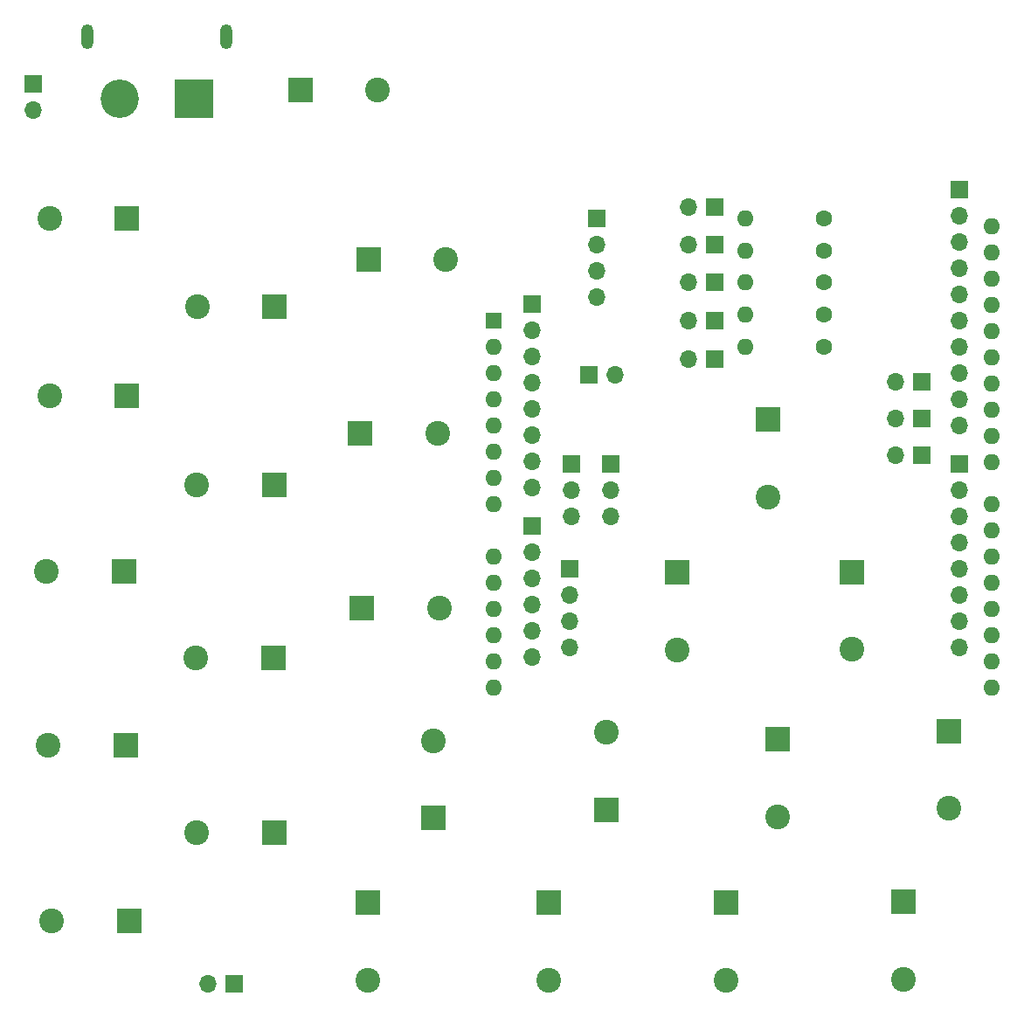
<source format=gbr>
%TF.GenerationSoftware,KiCad,Pcbnew,7.0.7*%
%TF.CreationDate,2023-09-20T14:32:49+02:00*%
%TF.ProjectId,Actuator,41637475-6174-46f7-922e-6b696361645f,v0.0*%
%TF.SameCoordinates,Original*%
%TF.FileFunction,Soldermask,Bot*%
%TF.FilePolarity,Negative*%
%FSLAX46Y46*%
G04 Gerber Fmt 4.6, Leading zero omitted, Abs format (unit mm)*
G04 Created by KiCad (PCBNEW 7.0.7) date 2023-09-20 14:32:49*
%MOMM*%
%LPD*%
G01*
G04 APERTURE LIST*
%ADD10R,3.716000X3.716000*%
%ADD11C,3.716000*%
%ADD12O,1.200000X2.400000*%
%ADD13R,1.700000X1.700000*%
%ADD14O,1.700000X1.700000*%
%ADD15C,1.600000*%
%ADD16O,1.600000X1.600000*%
%ADD17R,2.400000X2.400000*%
%ADD18C,2.400000*%
%ADD19R,1.600000X1.600000*%
G04 APERTURE END LIST*
D10*
%TO.C,J21*%
X109150000Y-70345000D03*
D11*
X101950000Y-70345000D03*
D12*
X112300000Y-64345000D03*
X98800000Y-64345000D03*
%TD*%
D13*
%TO.C,J17*%
X159579000Y-95619000D03*
D14*
X157039000Y-95619000D03*
%TD*%
D13*
%TO.C,J14*%
X179689000Y-101359000D03*
D14*
X177149000Y-101359000D03*
%TD*%
D15*
%TO.C,R1*%
X170179000Y-94394000D03*
D16*
X162559000Y-94394000D03*
%TD*%
D13*
%TO.C,J13*%
X179689000Y-104959000D03*
D14*
X177149000Y-104959000D03*
%TD*%
D13*
%TO.C,J23*%
X93554000Y-68919000D03*
D14*
X93554000Y-71459000D03*
%TD*%
D17*
%TO.C,C18*%
X132329000Y-140081755D03*
D18*
X132329000Y-132581755D03*
%TD*%
D13*
%TO.C,J11*%
X145689000Y-105779000D03*
D14*
X145689000Y-108319000D03*
X145689000Y-110859000D03*
%TD*%
D17*
%TO.C,C24*%
X164729000Y-101469000D03*
D18*
X164729000Y-108969000D03*
%TD*%
D13*
%TO.C,J8*%
X183329000Y-105769000D03*
D14*
X183329000Y-108309000D03*
X183329000Y-110849000D03*
X183329000Y-113389000D03*
X183329000Y-115929000D03*
X183329000Y-118469000D03*
X183329000Y-121009000D03*
X183329000Y-123549000D03*
%TD*%
D17*
%TO.C,C8*%
X143529000Y-148269000D03*
D18*
X143529000Y-155769000D03*
%TD*%
D13*
%TO.C,J20*%
X159579000Y-91894000D03*
D14*
X157039000Y-91894000D03*
%TD*%
D15*
%TO.C,R7*%
X170179000Y-91294000D03*
D16*
X162559000Y-91294000D03*
%TD*%
D15*
%TO.C,R4*%
X170179000Y-81994000D03*
D16*
X162559000Y-81994000D03*
%TD*%
D17*
%TO.C,C2*%
X102529000Y-133069000D03*
D18*
X95029000Y-133069000D03*
%TD*%
D17*
%TO.C,C23*%
X182329000Y-131669000D03*
D18*
X182329000Y-139169000D03*
%TD*%
D13*
%TO.C,J19*%
X159579000Y-84519000D03*
D14*
X157039000Y-84519000D03*
%TD*%
D13*
%TO.C,J5*%
X141889000Y-90259000D03*
D14*
X141889000Y-92799000D03*
X141889000Y-95339000D03*
X141889000Y-97879000D03*
X141889000Y-100419000D03*
X141889000Y-102959000D03*
X141889000Y-105499000D03*
X141889000Y-108039000D03*
%TD*%
D17*
%TO.C,C22*%
X165729000Y-132469000D03*
D18*
X165729000Y-139969000D03*
%TD*%
D17*
%TO.C,C7*%
X160719000Y-148279000D03*
D18*
X160719000Y-155779000D03*
%TD*%
D13*
%TO.C,J10*%
X145529000Y-115949000D03*
D14*
X145529000Y-118489000D03*
X145529000Y-121029000D03*
X145529000Y-123569000D03*
%TD*%
D17*
%TO.C,C13*%
X177879000Y-148229000D03*
D18*
X177879000Y-155729000D03*
%TD*%
D17*
%TO.C,C15*%
X119429000Y-69569000D03*
D18*
X126929000Y-69569000D03*
%TD*%
D17*
%TO.C,C9*%
X125979000Y-148269000D03*
D18*
X125979000Y-155769000D03*
%TD*%
D13*
%TO.C,J12*%
X149489000Y-105779000D03*
D14*
X149489000Y-108319000D03*
X149489000Y-110859000D03*
%TD*%
D13*
%TO.C,J22*%
X159579000Y-80894000D03*
D14*
X157039000Y-80894000D03*
%TD*%
D13*
%TO.C,J16*%
X147389000Y-97169000D03*
D14*
X149929000Y-97169000D03*
%TD*%
D17*
%TO.C,C3*%
X102341754Y-116169000D03*
D18*
X94841754Y-116169000D03*
%TD*%
D15*
%TO.C,R3*%
X170189000Y-85094000D03*
D16*
X162569000Y-85094000D03*
%TD*%
D13*
%TO.C,J7*%
X183329000Y-79229000D03*
D14*
X183329000Y-81769000D03*
X183329000Y-84309000D03*
X183329000Y-86849000D03*
X183329000Y-89389000D03*
X183329000Y-91929000D03*
X183329000Y-94469000D03*
X183329000Y-97009000D03*
X183329000Y-99549000D03*
X183329000Y-102089000D03*
%TD*%
D17*
%TO.C,C1*%
X102829000Y-150069000D03*
D18*
X95329000Y-150069000D03*
%TD*%
D17*
%TO.C,C16*%
X126029000Y-85969000D03*
D18*
X133529000Y-85969000D03*
%TD*%
D15*
%TO.C,R2*%
X170189000Y-88194000D03*
D16*
X162569000Y-88194000D03*
%TD*%
D17*
%TO.C,C10*%
X116929000Y-141469000D03*
D18*
X109429000Y-141469000D03*
%TD*%
D17*
%TO.C,C11*%
X116829000Y-124569000D03*
D18*
X109329000Y-124569000D03*
%TD*%
D17*
%TO.C,C12*%
X116929000Y-107769000D03*
D18*
X109429000Y-107769000D03*
%TD*%
D17*
%TO.C,C6*%
X116941754Y-90569000D03*
D18*
X109441754Y-90569000D03*
%TD*%
D17*
%TO.C,C4*%
X102629000Y-99169000D03*
D18*
X95129000Y-99169000D03*
%TD*%
D17*
%TO.C,C21*%
X155929000Y-116269000D03*
D18*
X155929000Y-123769000D03*
%TD*%
D17*
%TO.C,C17*%
X125429000Y-119769000D03*
D18*
X132929000Y-119769000D03*
%TD*%
D13*
%TO.C,J15*%
X179639000Y-97784000D03*
D14*
X177099000Y-97784000D03*
%TD*%
D17*
%TO.C,C19*%
X149129000Y-139281755D03*
D18*
X149129000Y-131781755D03*
%TD*%
D13*
%TO.C,J6*%
X141889000Y-111779000D03*
D14*
X141889000Y-114319000D03*
X141889000Y-116859000D03*
X141889000Y-119399000D03*
X141889000Y-121939000D03*
X141889000Y-124479000D03*
%TD*%
D13*
%TO.C,J24*%
X113069000Y-156169000D03*
D14*
X110529000Y-156169000D03*
%TD*%
D17*
%TO.C,C20*%
X172929000Y-116256246D03*
D18*
X172929000Y-123756246D03*
%TD*%
D13*
%TO.C,J18*%
X159579000Y-88194000D03*
D14*
X157039000Y-88194000D03*
%TD*%
D13*
%TO.C,J9*%
X148129000Y-81949000D03*
D14*
X148129000Y-84489000D03*
X148129000Y-87029000D03*
X148129000Y-89569000D03*
%TD*%
D17*
%TO.C,C14*%
X125229000Y-102769000D03*
D18*
X132729000Y-102769000D03*
%TD*%
D17*
%TO.C,C5*%
X102629000Y-81969000D03*
D18*
X95129000Y-81969000D03*
%TD*%
D19*
%TO.C,A1*%
X138189000Y-91879000D03*
D16*
X138189000Y-94419000D03*
X138189000Y-96959000D03*
X138189000Y-99499000D03*
X138189000Y-102039000D03*
X138189000Y-104579000D03*
X138189000Y-107119000D03*
X138189000Y-109659000D03*
X138189000Y-114739000D03*
X138189000Y-117279000D03*
X138189000Y-119819000D03*
X138189000Y-122359000D03*
X138189000Y-124899000D03*
X138189000Y-127439000D03*
X186449000Y-127439000D03*
X186449000Y-124899000D03*
X186449000Y-122359000D03*
X186449000Y-119819000D03*
X186449000Y-117279000D03*
X186449000Y-114739000D03*
X186449000Y-112199000D03*
X186449000Y-109659000D03*
X186449000Y-105599000D03*
X186449000Y-103059000D03*
X186449000Y-100519000D03*
X186449000Y-97979000D03*
X186449000Y-95439000D03*
X186449000Y-92899000D03*
X186449000Y-90359000D03*
X186449000Y-87819000D03*
X186449000Y-85279000D03*
X186449000Y-82739000D03*
%TD*%
M02*

</source>
